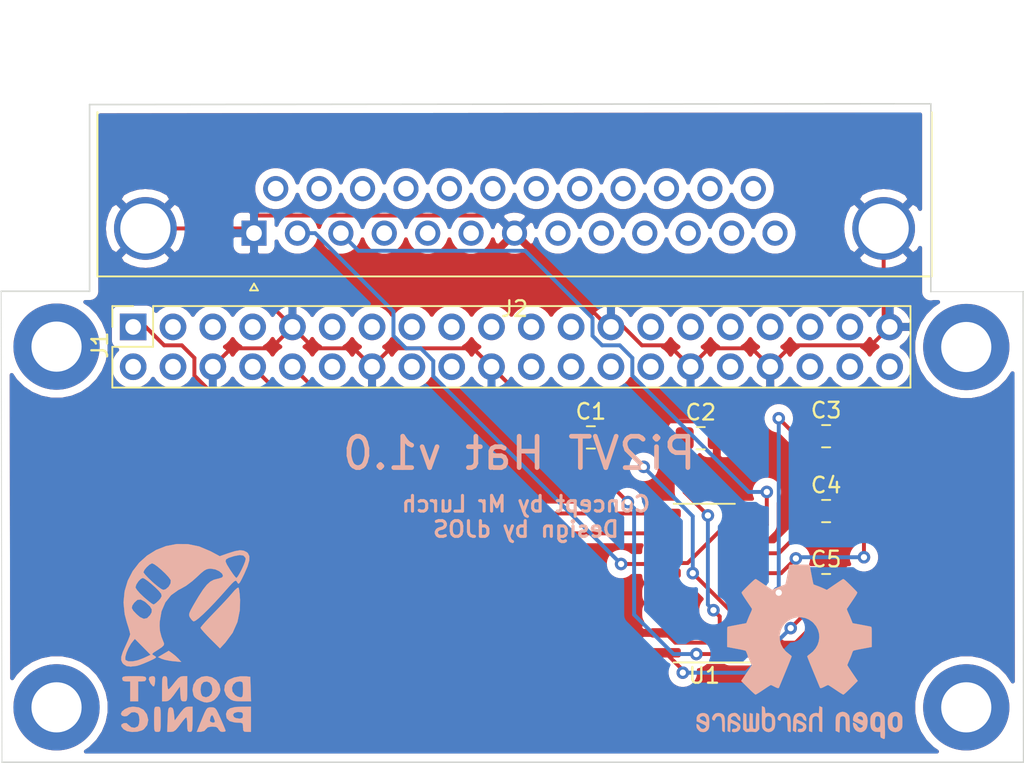
<source format=kicad_pcb>
(kicad_pcb (version 20171130) (host pcbnew "(5.1.5-0-10_14)")
  (layers (0 F.Cu signal) (31 B.Cu signal) (34 B.Paste user) (35 F.Paste user) (36 B.SilkS user) (37 F.SilkS user) (38 B.Mask user) (39 F.Mask user) (44 Edge.Cuts user))
  (net 0 "")
  (net 1 "Net-(C1-Pad1)")
  (net 2 "Net-(C1-Pad2)")
  (net 3 "Net-(C2-Pad1)")
  (net 4 /GND)
  (net 5 "Net-(C3-Pad2)")
  (net 6 "Net-(C3-Pad1)")
  (net 7 "Net-(C4-Pad1)")
  (net 8 /3.3V)
  (net 9 /TXD_1)
  (net 10 /RXD_1)
  (net 11 /RXD_2)
  (net 12 /TXD_2)
  (module MountingHole:MountingHole_3.2mm_M3_ISO14580_Pad (layer F.Cu) (at 88.138 94.4372)
    (fp_text reference REF** hide)
    (fp_text value MountingHole_3.2mm_M3_ISO14580_Pad hide)
    (pad 1 thru_hole circle (at 0 0) (size 5.5 5.5) (drill 3.2) (layers *.Cu *.Mask))
  )
  (module MountingHole:MountingHole_3.2mm_M3_ISO14580_Pad (layer F.Cu) (at 30.099 94.4372)
    (fp_text reference REF** hide)
    (fp_text value MountingHole_3.2mm_M3_ISO14580_Pad hide)
    (pad 1 thru_hole circle (at 0 0) (size 5.5 5.5) (drill 3.2) (layers *.Cu *.Mask))
  )
  (module MountingHole:MountingHole_3.2mm_M3_ISO14580_Pad (layer F.Cu) (at 30.099 71.4248)
    (fp_text reference REF** hide)
    (fp_text value MountingHole_3.2mm_M3_ISO14580_Pad hide)
    (pad 1 thru_hole circle (at 0 0) (size 5.5 5.5) (drill 3.2) (layers *.Cu *.Mask))
  )
  (module MountingHole:MountingHole_3.2mm_M3_ISO14580_Pad (layer F.Cu) (at 88.138 71.4502)
    (fp_text reference REF** hide)
    (fp_text value MountingHole_3.2mm_M3_ISO14580_Pad hide)
    (pad 1 thru_hole circle (at 0 0) (size 5.5 5.5) (drill 3.2) (layers *.Cu *.Mask))
  )
  (module Symbol:OSHW-Logo2_14.6x12mm_SilkScreen (layer B.Cu) (at 77.4954 90.8812 180)
    (fp_text reference REF** hide)
    (fp_text value OSHW-Logo2_14.6x12mm_SilkScreen hide)
  )
  (module Symbol:HHGTTG_Logo (layer B.Cu) (at 38.354 89.9922 180)
    (fp_text reference G*** hide)
    (fp_text value LOGO hide)
  )
  (module Capacitor_SMD:C_0805_2012Metric_Pad1.15x1.40mm_HandSolder (layer F.Cu) (at 64.1858 77.216)
    (fp_text reference C1 (at 0 -1.65) (layer F.SilkS))
    (fp_text value 100nF)
    (pad 1 smd roundrect (at -1.025 0) (size 1.15 1.4) (layers F.Cu F.Paste F.Mask) (roundrect_rratio 0.217391) (net 1 "Net-(C1-Pad1)"))
    (pad 2 smd roundrect (at 1.025 0) (size 1.15 1.4) (layers F.Cu F.Paste F.Mask) (roundrect_rratio 0.217391) (net 2 "Net-(C1-Pad2)"))
  )
  (module Capacitor_SMD:C_0805_2012Metric_Pad1.15x1.40mm_HandSolder (layer F.Cu) (at 71.1962 77.2668)
    (fp_text reference C2 (at 0 -1.65) (layer F.SilkS))
    (fp_text value 100nF)
    (pad 1 smd roundrect (at -1.025 0) (size 1.15 1.4) (layers F.Cu F.Paste F.Mask) (roundrect_rratio 0.217391) (net 3 "Net-(C2-Pad1)"))
    (pad 2 smd roundrect (at 1.025 0) (size 1.15 1.4) (layers F.Cu F.Paste F.Mask) (roundrect_rratio 0.217391) (net 4 /GND))
  )
  (module Capacitor_SMD:C_0805_2012Metric_Pad1.15x1.40mm_HandSolder (layer F.Cu) (at 79.1972 77.1398)
    (fp_text reference C3 (at 0 -1.65) (layer F.SilkS))
    (fp_text value 100nF)
    (pad 2 smd roundrect (at 1.025 0) (size 1.15 1.4) (layers F.Cu F.Paste F.Mask) (roundrect_rratio 0.217391) (net 5 "Net-(C3-Pad2)"))
    (pad 1 smd roundrect (at -1.025 0) (size 1.15 1.4) (layers F.Cu F.Paste F.Mask) (roundrect_rratio 0.217391) (net 6 "Net-(C3-Pad1)"))
  )
  (module Capacitor_SMD:C_0805_2012Metric_Pad1.15x1.40mm_HandSolder (layer F.Cu) (at 79.1972 81.915)
    (fp_text reference C4 (at 0 -1.65) (layer F.SilkS))
    (fp_text value 100nF)
    (pad 2 smd roundrect (at 1.025 0) (size 1.15 1.4) (layers F.Cu F.Paste F.Mask) (roundrect_rratio 0.217391) (net 4 /GND))
    (pad 1 smd roundrect (at -1.025 0) (size 1.15 1.4) (layers F.Cu F.Paste F.Mask) (roundrect_rratio 0.217391) (net 7 "Net-(C4-Pad1)"))
  )
  (module Capacitor_SMD:C_0805_2012Metric_Pad1.15x1.40mm_HandSolder (layer F.Cu) (at 79.1972 86.6394)
    (fp_text reference C5 (at 0 -1.65) (layer F.SilkS))
    (fp_text value 100nF)
    (pad 1 smd roundrect (at -1.025 0) (size 1.15 1.4) (layers F.Cu F.Paste F.Mask) (roundrect_rratio 0.217391) (net 8 /3.3V))
    (pad 2 smd roundrect (at 1.025 0) (size 1.15 1.4) (layers F.Cu F.Paste F.Mask) (roundrect_rratio 0.217391) (net 4 /GND))
  )
  (module Connector_PinSocket_2.54mm:PinSocket_2x20_P2.54mm_Vertical (layer F.Cu) (at 34.9885 70.1675 90)
    (fp_text reference J1 (at -1.1557 -2.1209 90) (layer F.SilkS))
    (fp_text value Raspberry_Pi_2_3 hide)
    (pad 1 thru_hole rect (at 0 0 90) (size 1.7 1.7) (drill 1) (layers *.Cu *.Mask) (net 8 /3.3V))
    (pad 2 thru_hole oval (at -2.54 0 90) (size 1.7 1.7) (drill 1) (layers *.Cu *.Mask))
    (pad 3 thru_hole oval (at 0 2.54 90) (size 1.7 1.7) (drill 1) (layers *.Cu *.Mask))
    (pad 4 thru_hole oval (at -2.54 2.54 90) (size 1.7 1.7) (drill 1) (layers *.Cu *.Mask))
    (pad 5 thru_hole oval (at 0 5.08 90) (size 1.7 1.7) (drill 1) (layers *.Cu *.Mask))
    (pad 6 thru_hole oval (at -2.54 5.08 90) (size 1.7 1.7) (drill 1) (layers *.Cu *.Mask) (net 4 /GND))
    (pad 7 thru_hole oval (at 0 7.62 90) (size 1.7 1.7) (drill 1) (layers *.Cu *.Mask))
    (pad 8 thru_hole oval (at -2.54 7.62 90) (size 1.7 1.7) (drill 1) (layers *.Cu *.Mask) (net 9 /TXD_1))
    (pad 9 thru_hole oval (at 0 10.16 90) (size 1.7 1.7) (drill 1) (layers *.Cu *.Mask) (net 4 /GND))
    (pad 10 thru_hole oval (at -2.54 10.16 90) (size 1.7 1.7) (drill 1) (layers *.Cu *.Mask) (net 10 /RXD_1))
    (pad 11 thru_hole oval (at 0 12.7 90) (size 1.7 1.7) (drill 1) (layers *.Cu *.Mask))
    (pad 12 thru_hole oval (at -2.54 12.7 90) (size 1.7 1.7) (drill 1) (layers *.Cu *.Mask))
    (pad 13 thru_hole oval (at 0 15.24 90) (size 1.7 1.7) (drill 1) (layers *.Cu *.Mask))
    (pad 14 thru_hole oval (at -2.54 15.24 90) (size 1.7 1.7) (drill 1) (layers *.Cu *.Mask) (net 4 /GND))
    (pad 15 thru_hole oval (at 0 17.78 90) (size 1.7 1.7) (drill 1) (layers *.Cu *.Mask))
    (pad 16 thru_hole oval (at -2.54 17.78 90) (size 1.7 1.7) (drill 1) (layers *.Cu *.Mask))
    (pad 17 thru_hole oval (at 0 20.32 90) (size 1.7 1.7) (drill 1) (layers *.Cu *.Mask))
    (pad 18 thru_hole oval (at -2.54 20.32 90) (size 1.7 1.7) (drill 1) (layers *.Cu *.Mask))
    (pad 19 thru_hole oval (at 0 22.86 90) (size 1.7 1.7) (drill 1) (layers *.Cu *.Mask))
    (pad 20 thru_hole oval (at -2.54 22.86 90) (size 1.7 1.7) (drill 1) (layers *.Cu *.Mask) (net 4 /GND))
    (pad 21 thru_hole oval (at 0 25.4 90) (size 1.7 1.7) (drill 1) (layers *.Cu *.Mask))
    (pad 22 thru_hole oval (at -2.54 25.4 90) (size 1.7 1.7) (drill 1) (layers *.Cu *.Mask))
    (pad 23 thru_hole oval (at 0 27.94 90) (size 1.7 1.7) (drill 1) (layers *.Cu *.Mask))
    (pad 24 thru_hole oval (at -2.54 27.94 90) (size 1.7 1.7) (drill 1) (layers *.Cu *.Mask))
    (pad 25 thru_hole oval (at 0 30.48 90) (size 1.7 1.7) (drill 1) (layers *.Cu *.Mask) (net 4 /GND))
    (pad 26 thru_hole oval (at -2.54 30.48 90) (size 1.7 1.7) (drill 1) (layers *.Cu *.Mask))
    (pad 27 thru_hole oval (at 0 33.02 90) (size 1.7 1.7) (drill 1) (layers *.Cu *.Mask))
    (pad 28 thru_hole oval (at -2.54 33.02 90) (size 1.7 1.7) (drill 1) (layers *.Cu *.Mask))
    (pad 29 thru_hole oval (at 0 35.56 90) (size 1.7 1.7) (drill 1) (layers *.Cu *.Mask))
    (pad 30 thru_hole oval (at -2.54 35.56 90) (size 1.7 1.7) (drill 1) (layers *.Cu *.Mask) (net 4 /GND))
    (pad 31 thru_hole oval (at 0 38.1 90) (size 1.7 1.7) (drill 1) (layers *.Cu *.Mask))
    (pad 32 thru_hole oval (at -2.54 38.1 90) (size 1.7 1.7) (drill 1) (layers *.Cu *.Mask))
    (pad 33 thru_hole oval (at 0 40.64 90) (size 1.7 1.7) (drill 1) (layers *.Cu *.Mask))
    (pad 34 thru_hole oval (at -2.54 40.64 90) (size 1.7 1.7) (drill 1) (layers *.Cu *.Mask) (net 4 /GND))
    (pad 35 thru_hole oval (at 0 43.18 90) (size 1.7 1.7) (drill 1) (layers *.Cu *.Mask))
    (pad 36 thru_hole oval (at -2.54 43.18 90) (size 1.7 1.7) (drill 1) (layers *.Cu *.Mask))
    (pad 37 thru_hole oval (at 0 45.72 90) (size 1.7 1.7) (drill 1) (layers *.Cu *.Mask))
    (pad 38 thru_hole oval (at -2.54 45.72 90) (size 1.7 1.7) (drill 1) (layers *.Cu *.Mask))
    (pad 39 thru_hole oval (at 0 48.26 90) (size 1.7 1.7) (drill 1) (layers *.Cu *.Mask) (net 4 /GND))
    (pad 40 thru_hole oval (at -2.54 48.26 90) (size 1.7 1.7) (drill 1) (layers *.Cu *.Mask))
  )
  (module Connector_Dsub:DSUB-25_Female_Horizontal_P2.77x2.84mm_EdgePinOffset4.94mm_Housed_MountingHolesOffset7.48mm (layer F.Cu) (at 42.6974 64.1858 180)
    (fp_text reference J2 (at -16.62 -4.826) (layer F.SilkS))
    (fp_text value DB25_Female_MountingHoles hide)
    (pad 1 thru_hole rect (at 0 0 180) (size 1.6 1.6) (drill 1) (layers *.Cu *.Mask) (net 4 /GND))
    (pad 2 thru_hole circle (at -2.77 0 180) (size 1.6 1.6) (drill 1) (layers *.Cu *.Mask) (net 11 /RXD_2))
    (pad 3 thru_hole circle (at -5.54 0 180) (size 1.6 1.6) (drill 1) (layers *.Cu *.Mask) (net 12 /TXD_2))
    (pad 4 thru_hole circle (at -8.31 0 180) (size 1.6 1.6) (drill 1) (layers *.Cu *.Mask))
    (pad 5 thru_hole circle (at -11.08 0 180) (size 1.6 1.6) (drill 1) (layers *.Cu *.Mask))
    (pad 6 thru_hole circle (at -13.85 0 180) (size 1.6 1.6) (drill 1) (layers *.Cu *.Mask))
    (pad 7 thru_hole circle (at -16.62 0 180) (size 1.6 1.6) (drill 1) (layers *.Cu *.Mask) (net 4 /GND))
    (pad 8 thru_hole circle (at -19.39 0 180) (size 1.6 1.6) (drill 1) (layers *.Cu *.Mask))
    (pad 9 thru_hole circle (at -22.16 0 180) (size 1.6 1.6) (drill 1) (layers *.Cu *.Mask))
    (pad 10 thru_hole circle (at -24.93 0 180) (size 1.6 1.6) (drill 1) (layers *.Cu *.Mask))
    (pad 11 thru_hole circle (at -27.7 0 180) (size 1.6 1.6) (drill 1) (layers *.Cu *.Mask))
    (pad 12 thru_hole circle (at -30.47 0 180) (size 1.6 1.6) (drill 1) (layers *.Cu *.Mask))
    (pad 13 thru_hole circle (at -33.24 0 180) (size 1.6 1.6) (drill 1) (layers *.Cu *.Mask))
    (pad 14 thru_hole circle (at -1.385 2.84 180) (size 1.6 1.6) (drill 1) (layers *.Cu *.Mask))
    (pad 15 thru_hole circle (at -4.155 2.84 180) (size 1.6 1.6) (drill 1) (layers *.Cu *.Mask))
    (pad 16 thru_hole circle (at -6.925 2.84 180) (size 1.6 1.6) (drill 1) (layers *.Cu *.Mask))
    (pad 17 thru_hole circle (at -9.695 2.84 180) (size 1.6 1.6) (drill 1) (layers *.Cu *.Mask))
    (pad 18 thru_hole circle (at -12.465 2.84 180) (size 1.6 1.6) (drill 1) (layers *.Cu *.Mask))
    (pad 19 thru_hole circle (at -15.235 2.84 180) (size 1.6 1.6) (drill 1) (layers *.Cu *.Mask))
    (pad 20 thru_hole circle (at -18.005 2.84 180) (size 1.6 1.6) (drill 1) (layers *.Cu *.Mask))
    (pad 21 thru_hole circle (at -20.775 2.84 180) (size 1.6 1.6) (drill 1) (layers *.Cu *.Mask))
    (pad 22 thru_hole circle (at -23.545 2.84 180) (size 1.6 1.6) (drill 1) (layers *.Cu *.Mask))
    (pad 23 thru_hole circle (at -26.315 2.84 180) (size 1.6 1.6) (drill 1) (layers *.Cu *.Mask))
    (pad 24 thru_hole circle (at -29.085 2.84 180) (size 1.6 1.6) (drill 1) (layers *.Cu *.Mask))
    (pad 25 thru_hole circle (at -31.855 2.84 180) (size 1.6 1.6) (drill 1) (layers *.Cu *.Mask))
    (pad 0 thru_hole circle (at -40.17 0.3 180) (size 4 4) (drill 3.2) (layers *.Cu *.Mask) (net 4 /GND))
    (pad 0 thru_hole circle (at 6.93 0.3 180) (size 4 4) (drill 3.2) (layers *.Cu *.Mask) (net 4 /GND))
  )
  (module Package_SO:SOIC-16_3.9x9.9mm_P1.27mm (layer F.Cu) (at 71.4248 86.5124 180)
    (fp_text reference U1 (at 0 -5.9) (layer F.SilkS))
    (fp_text value MAX3232)
    (pad 1 smd roundrect (at -2.475 -4.445 180) (size 1.95 0.6) (layers F.Cu F.Paste F.Mask) (net 1 "Net-(C1-Pad1)"))
    (pad 2 smd roundrect (at -2.475 -3.175 180) (size 1.95 0.6) (layers F.Cu F.Paste F.Mask) (net 3 "Net-(C2-Pad1)"))
    (pad 3 smd roundrect (at -2.475 -1.905 180) (size 1.95 0.6) (layers F.Cu F.Paste F.Mask) (net 2 "Net-(C1-Pad2)"))
    (pad 4 smd roundrect (at -2.475 -0.635 180) (size 1.95 0.6) (layers F.Cu F.Paste F.Mask) (net 6 "Net-(C3-Pad1)"))
    (pad 5 smd roundrect (at -2.475 0.635 180) (size 1.95 0.6) (layers F.Cu F.Paste F.Mask) (net 5 "Net-(C3-Pad2)"))
    (pad 6 smd roundrect (at -2.475 1.905 180) (size 1.95 0.6) (layers F.Cu F.Paste F.Mask) (net 7 "Net-(C4-Pad1)"))
    (pad 7 smd roundrect (at -2.475 3.175 180) (size 1.95 0.6) (layers F.Cu F.Paste F.Mask) (net 12 /TXD_2))
    (pad 8 smd roundrect (at -2.475 4.445 180) (size 1.95 0.6) (layers F.Cu F.Paste F.Mask) (net 11 /RXD_2))
    (pad 9 smd roundrect (at 2.475 4.445 180) (size 1.95 0.6) (layers F.Cu F.Paste F.Mask) (net 10 /RXD_1))
    (pad 10 smd roundrect (at 2.475 3.175 180) (size 1.95 0.6) (layers F.Cu F.Paste F.Mask) (net 9 /TXD_1))
    (pad 11 smd roundrect (at 2.475 1.905 180) (size 1.95 0.6) (layers F.Cu F.Paste F.Mask))
    (pad 12 smd roundrect (at 2.475 0.635 180) (size 1.95 0.6) (layers F.Cu F.Paste F.Mask))
    (pad 13 smd roundrect (at 2.475 -0.635 180) (size 1.95 0.6) (layers F.Cu F.Paste F.Mask))
    (pad 14 smd roundrect (at 2.475 -1.905 180) (size 1.95 0.6) (layers F.Cu F.Paste F.Mask))
    (pad 15 smd roundrect (at 2.475 -3.175 180) (size 1.95 0.6) (layers F.Cu F.Paste F.Mask) (net 4 /GND))
    (pad 16 smd roundrect (at 2.475 -4.445 180) (size 1.95 0.6) (layers F.Cu F.Paste F.Mask) (net 8 /3.3V))
  )
  (gr_line (start 91.7702 67.9196) (end 85.8774 67.9196) (layer Edge.Cuts) (width 0.05))
  (gr_text "Concept by Mr Lurch\nDesign by dJOS" (at 60.0456 82.2706) (layer B.SilkS) (effects (font (size 1 1) (thickness 0.2)) (justify mirror)))
  (gr_text "Pi2VT Hat v1.0" (at 59.6138 78.232) (layer B.SilkS) (effects (font (size 2 2) (thickness 0.3)) (justify mirror)))
  (gr_line (start 26.5684 67.8942) (end 26.6192 97.9424) (layer Edge.Cuts) (width 0.05))
  (gr_line (start 91.7702 67.9196) (end 91.7956 97.9424) (layer Edge.Cuts) (width 0.1))
  (gr_line (start 85.8774 55.9308) (end 85.8774 67.9196) (layer Edge.Cuts) (width 0.1))
  (gr_line (start 91.7956 97.9424) (end 26.6192 97.9424) (layer Edge.Cuts) (width 0.1))
  (gr_line (start 26.5684 67.8942) (end 32.2072 67.8942) (layer Edge.Cuts) (width 0.1))
  (gr_line (start 32.2072 67.8942) (end 32.2072 55.9816) (layer Edge.Cuts) (width 0.1))
  (gr_line (start 32.2072 55.9816) (end 85.8774 55.9308) (layer Edge.Cuts) (width 0.1))
  (via (at 66.548 81.3424) (size 0.8) (drill 0.4) (layers F.Cu B.Cu) (net 1))
  (segment (start 63.1608 77.9552) (end 66.548 81.3424) (width 0.25) (layer F.Cu) (net 1))
  (segment (start 63.1608 77.216) (end 63.1608 77.9552) (width 0.25) (layer F.Cu) (net 1))
  (segment (start 66.947999 81.742399) (end 66.947999 88.525401) (width 0.25) (layer B.Cu) (net 1))
  (segment (start 66.548 81.3424) (end 66.947999 81.742399) (width 0.25) (layer B.Cu) (net 1))
  (via (at 70.9168 91.03741) (size 0.8) (drill 0.4) (layers F.Cu B.Cu) (net 1))
  (segment (start 69.460008 91.03741) (end 70.9168 91.03741) (width 0.25) (layer B.Cu) (net 1))
  (segment (start 66.947999 88.525401) (end 69.460008 91.03741) (width 0.25) (layer B.Cu) (net 1))
  (segment (start 73.81979 91.03741) (end 73.8998 90.9574) (width 0.25) (layer F.Cu) (net 1))
  (segment (start 70.9168 91.03741) (end 73.81979 91.03741) (width 0.25) (layer F.Cu) (net 1))
  (via (at 70.688387 85.877766) (size 0.8) (drill 0.4) (layers F.Cu B.Cu) (net 2))
  (segment (start 73.5998 88.7174) (end 73.528021 88.7174) (width 0.25) (layer F.Cu) (net 2))
  (segment (start 73.528021 88.7174) (end 70.688387 85.877766) (width 0.25) (layer F.Cu) (net 2))
  (segment (start 73.8998 88.4174) (end 73.5998 88.7174) (width 0.25) (layer F.Cu) (net 2))
  (segment (start 70.688387 85.877766) (end 70.688387 82.245387) (width 0.25) (layer B.Cu) (net 2))
  (via (at 67.564 79.0956) (size 0.8) (drill 0.4) (layers F.Cu B.Cu) (net 2))
  (segment (start 67.564 79.121) (end 67.564 79.0956) (width 0.25) (layer B.Cu) (net 2))
  (segment (start 70.688387 82.245387) (end 67.564 79.121) (width 0.25) (layer B.Cu) (net 2))
  (segment (start 65.6844 77.216) (end 65.2108 77.216) (width 0.25) (layer F.Cu) (net 2))
  (segment (start 67.564 79.0956) (end 65.6844 77.216) (width 0.25) (layer F.Cu) (net 2))
  (via (at 71.6534 82.1944) (size 0.8) (drill 0.4) (layers F.Cu B.Cu) (net 3))
  (segment (start 70.1712 80.7122) (end 71.6534 82.1944) (width 0.25) (layer F.Cu) (net 3))
  (segment (start 70.1712 77.2668) (end 70.1712 80.7122) (width 0.25) (layer F.Cu) (net 3))
  (via (at 72.009 88.2396) (size 0.8) (drill 0.4) (layers F.Cu B.Cu) (net 3))
  (segment (start 71.6534 87.884) (end 72.009 88.2396) (width 0.25) (layer B.Cu) (net 3))
  (segment (start 71.6534 82.1944) (end 71.6534 87.884) (width 0.25) (layer B.Cu) (net 3))
  (segment (start 72.408999 89.171599) (end 72.9248 89.6874) (width 0.25) (layer F.Cu) (net 3))
  (segment (start 72.408999 88.639599) (end 72.408999 89.171599) (width 0.25) (layer F.Cu) (net 3))
  (segment (start 72.9248 89.6874) (end 73.8998 89.6874) (width 0.25) (layer F.Cu) (net 3))
  (segment (start 72.009 88.2396) (end 72.408999 88.639599) (width 0.25) (layer F.Cu) (net 3))
  (segment (start 58.517401 63.385801) (end 59.3174 64.1858) (width 0.25) (layer F.Cu) (net 4))
  (segment (start 42.772401 63.060799) (end 58.192399 63.060799) (width 0.25) (layer F.Cu) (net 4))
  (segment (start 42.6974 63.1358) (end 42.772401 63.060799) (width 0.25) (layer F.Cu) (net 4))
  (segment (start 58.192399 63.060799) (end 58.517401 63.385801) (width 0.25) (layer F.Cu) (net 4))
  (segment (start 42.6974 64.1858) (end 42.6974 63.1358) (width 0.25) (layer F.Cu) (net 4))
  (segment (start 65.2991 70.1675) (end 65.4685 70.1675) (width 0.25) (layer F.Cu) (net 4))
  (segment (start 59.3174 64.1858) (end 65.2991 70.1675) (width 0.25) (layer F.Cu) (net 4))
  (segment (start 69.698501 71.857501) (end 70.5485 72.7075) (width 0.25) (layer F.Cu) (net 4))
  (segment (start 67.444499 71.342501) (end 69.183501 71.342501) (width 0.25) (layer F.Cu) (net 4))
  (segment (start 66.269498 70.1675) (end 67.444499 71.342501) (width 0.25) (layer F.Cu) (net 4))
  (segment (start 69.183501 71.342501) (end 69.698501 71.857501) (width 0.25) (layer F.Cu) (net 4))
  (segment (start 65.4685 70.1675) (end 66.269498 70.1675) (width 0.25) (layer F.Cu) (net 4))
  (segment (start 74.778501 71.857501) (end 75.6285 72.7075) (width 0.25) (layer F.Cu) (net 4))
  (segment (start 74.453499 71.532499) (end 74.778501 71.857501) (width 0.25) (layer F.Cu) (net 4))
  (segment (start 71.723501 71.532499) (end 74.453499 71.532499) (width 0.25) (layer F.Cu) (net 4))
  (segment (start 70.5485 72.7075) (end 71.723501 71.532499) (width 0.25) (layer F.Cu) (net 4))
  (segment (start 76.993499 71.342501) (end 82.073499 71.342501) (width 0.25) (layer F.Cu) (net 4))
  (segment (start 82.398501 71.017499) (end 83.2485 70.1675) (width 0.25) (layer F.Cu) (net 4))
  (segment (start 82.073499 71.342501) (end 82.398501 71.017499) (width 0.25) (layer F.Cu) (net 4))
  (segment (start 75.6285 72.7075) (end 76.993499 71.342501) (width 0.25) (layer F.Cu) (net 4))
  (segment (start 42.6974 67.7164) (end 45.1485 70.1675) (width 0.25) (layer F.Cu) (net 4))
  (segment (start 42.6974 64.1858) (end 42.6974 67.7164) (width 0.25) (layer F.Cu) (net 4))
  (segment (start 41.243501 71.532499) (end 40.918499 71.857501) (width 0.25) (layer F.Cu) (net 4))
  (segment (start 40.918499 71.857501) (end 40.0685 72.7075) (width 0.25) (layer F.Cu) (net 4))
  (segment (start 43.783501 71.532499) (end 41.243501 71.532499) (width 0.25) (layer F.Cu) (net 4))
  (segment (start 45.1485 70.1675) (end 43.783501 71.532499) (width 0.25) (layer F.Cu) (net 4))
  (segment (start 49.053499 71.532499) (end 49.378501 71.857501) (width 0.25) (layer F.Cu) (net 4))
  (segment (start 46.513499 71.532499) (end 49.053499 71.532499) (width 0.25) (layer F.Cu) (net 4))
  (segment (start 49.378501 71.857501) (end 50.2285 72.7075) (width 0.25) (layer F.Cu) (net 4))
  (segment (start 45.1485 70.1675) (end 46.513499 71.532499) (width 0.25) (layer F.Cu) (net 4))
  (segment (start 56.998501 71.857501) (end 57.8485 72.7075) (width 0.25) (layer F.Cu) (net 4))
  (segment (start 56.673499 71.532499) (end 56.998501 71.857501) (width 0.25) (layer F.Cu) (net 4))
  (segment (start 51.403501 71.532499) (end 56.673499 71.532499) (width 0.25) (layer F.Cu) (net 4))
  (segment (start 50.2285 72.7075) (end 51.403501 71.532499) (width 0.25) (layer F.Cu) (net 4))
  (segment (start 71.84539 76.19099) (end 72.2212 76.5668) (width 0.25) (layer F.Cu) (net 4))
  (segment (start 61.33199 76.19099) (end 71.84539 76.19099) (width 0.25) (layer F.Cu) (net 4))
  (segment (start 72.2212 76.5668) (end 72.2212 77.2668) (width 0.25) (layer F.Cu) (net 4))
  (segment (start 57.8485 72.7075) (end 61.33199 76.19099) (width 0.25) (layer F.Cu) (net 4))
  (segment (start 80.2222 81.215) (end 80.2222 81.915) (width 0.25) (layer F.Cu) (net 4))
  (segment (start 76.274 77.2668) (end 80.2222 81.215) (width 0.25) (layer F.Cu) (net 4))
  (segment (start 72.2212 77.2668) (end 76.274 77.2668) (width 0.25) (layer F.Cu) (net 4))
  (segment (start 80.2222 82.615) (end 80.2222 86.6394) (width 0.25) (layer F.Cu) (net 4))
  (segment (start 80.2222 81.915) (end 80.2222 82.615) (width 0.25) (layer F.Cu) (net 4))
  (segment (start 69.2498 89.9874) (end 68.9498 89.6874) (width 0.25) (layer F.Cu) (net 4))
  (segment (start 69.57481 90.31241) (end 69.2498 89.9874) (width 0.25) (layer F.Cu) (net 4))
  (segment (start 80.2222 87.3394) (end 77.24919 90.31241) (width 0.25) (layer F.Cu) (net 4))
  (segment (start 77.24919 90.31241) (end 69.57481 90.31241) (width 0.25) (layer F.Cu) (net 4))
  (segment (start 80.2222 86.6394) (end 80.2222 87.3394) (width 0.25) (layer F.Cu) (net 4))
  (segment (start 42.3974 63.8858) (end 42.6974 64.1858) (width 0.25) (layer F.Cu) (net 4))
  (segment (start 35.7674 63.8858) (end 42.3974 63.8858) (width 0.25) (layer F.Cu) (net 4))
  (segment (start 82.8674 69.7864) (end 83.2485 70.1675) (width 0.25) (layer F.Cu) (net 4))
  (segment (start 82.8674 63.8858) (end 82.8674 69.7864) (width 0.25) (layer F.Cu) (net 4))
  (segment (start 81.6102 77.9528) (end 81.6102 84.8614) (width 0.25) (layer F.Cu) (net 5))
  (via (at 81.6102 84.8614) (size 0.8) (drill 0.4) (layers F.Cu B.Cu) (net 5))
  (segment (start 80.7972 77.1398) (end 81.6102 77.9528) (width 0.25) (layer F.Cu) (net 5))
  (segment (start 80.2222 77.1398) (end 80.7972 77.1398) (width 0.25) (layer F.Cu) (net 5))
  (segment (start 77.343 84.8614) (end 77.2668 84.9376) (width 0.25) (layer B.Cu) (net 5))
  (via (at 77.2668 84.9376) (size 0.8) (drill 0.4) (layers F.Cu B.Cu) (net 5))
  (segment (start 81.6102 84.8614) (end 77.343 84.8614) (width 0.25) (layer B.Cu) (net 5))
  (segment (start 76.327 85.8774) (end 73.8998 85.8774) (width 0.25) (layer F.Cu) (net 5))
  (segment (start 77.2668 84.9376) (end 76.327 85.8774) (width 0.25) (layer F.Cu) (net 5))
  (via (at 76.1746 75.9968) (size 0.8) (drill 0.4) (layers F.Cu B.Cu) (net 6))
  (segment (start 77.3176 77.1398) (end 76.1746 75.9968) (width 0.25) (layer F.Cu) (net 6))
  (segment (start 78.1722 77.1398) (end 77.3176 77.1398) (width 0.25) (layer F.Cu) (net 6))
  (via (at 76.1746 87.122) (size 0.8) (drill 0.4) (layers F.Cu B.Cu) (net 6))
  (segment (start 76.1746 75.9968) (end 76.1746 87.122) (width 0.25) (layer B.Cu) (net 6))
  (segment (start 73.9252 87.122) (end 73.8998 87.1474) (width 0.25) (layer F.Cu) (net 6))
  (segment (start 76.1746 87.122) (end 73.9252 87.122) (width 0.25) (layer F.Cu) (net 6))
  (segment (start 74.8748 84.6074) (end 73.8998 84.6074) (width 0.25) (layer F.Cu) (net 7))
  (segment (start 76.1798 84.6074) (end 74.8748 84.6074) (width 0.25) (layer F.Cu) (net 7))
  (segment (start 78.1722 82.615) (end 76.1798 84.6074) (width 0.25) (layer F.Cu) (net 7))
  (segment (start 78.1722 81.915) (end 78.1722 82.615) (width 0.25) (layer F.Cu) (net 7))
  (segment (start 56.579398 90.9574) (end 67.9748 90.9574) (width 0.25) (layer F.Cu) (net 8))
  (segment (start 38.893499 73.271501) (end 56.579398 90.9574) (width 0.25) (layer F.Cu) (net 8))
  (segment (start 38.893499 72.143499) (end 38.893499 73.271501) (width 0.25) (layer F.Cu) (net 8))
  (segment (start 38.092501 71.342501) (end 38.893499 72.143499) (width 0.25) (layer F.Cu) (net 8))
  (segment (start 36.964499 71.342501) (end 38.092501 71.342501) (width 0.25) (layer F.Cu) (net 8))
  (segment (start 35.789498 70.1675) (end 36.964499 71.342501) (width 0.25) (layer F.Cu) (net 8))
  (segment (start 34.9885 70.1675) (end 35.789498 70.1675) (width 0.25) (layer F.Cu) (net 8))
  (segment (start 67.9748 90.9574) (end 68.9498 90.9574) (width 0.25) (layer F.Cu) (net 8))
  (segment (start 78.1722 86.6394) (end 78.1722 87.3394) (width 0.25) (layer F.Cu) (net 8))
  (segment (start 78.1722 88.147) (end 76.9366 89.3826) (width 0.25) (layer F.Cu) (net 8))
  (via (at 76.9366 89.3826) (size 0.8) (drill 0.4) (layers F.Cu B.Cu) (net 8))
  (segment (start 78.1722 86.6394) (end 78.1722 88.147) (width 0.25) (layer F.Cu) (net 8))
  (via (at 70.0532 92.2274) (size 0.8) (drill 0.4) (layers F.Cu B.Cu) (net 8))
  (segment (start 74.0918 92.2274) (end 70.0532 92.2274) (width 0.25) (layer B.Cu) (net 8))
  (segment (start 76.9366 89.3826) (end 74.0918 92.2274) (width 0.25) (layer B.Cu) (net 8))
  (segment (start 70.0532 92.0608) (end 68.9498 90.9574) (width 0.25) (layer F.Cu) (net 8))
  (segment (start 70.0532 92.2274) (end 70.0532 92.0608) (width 0.25) (layer F.Cu) (net 8))
  (segment (start 53.2384 83.3374) (end 68.9498 83.3374) (width 0.25) (layer F.Cu) (net 9))
  (segment (start 42.6085 72.7075) (end 53.2384 83.3374) (width 0.25) (layer F.Cu) (net 9))
  (segment (start 54.5084 82.0674) (end 68.9498 82.0674) (width 0.25) (layer F.Cu) (net 10))
  (segment (start 45.1485 72.7075) (end 54.5084 82.0674) (width 0.25) (layer F.Cu) (net 10))
  (via (at 66.1162 85.2932) (size 0.8) (drill 0.4) (layers F.Cu B.Cu) (net 11))
  (segment (start 54.133499 73.310499) (end 66.1162 85.2932) (width 0.25) (layer B.Cu) (net 11))
  (segment (start 54.133499 72.333497) (end 54.133499 73.310499) (width 0.25) (layer B.Cu) (net 11))
  (segment (start 52.394497 71.532499) (end 53.332501 71.532499) (width 0.25) (layer B.Cu) (net 11))
  (segment (start 53.332501 71.532499) (end 54.133499 72.333497) (width 0.25) (layer B.Cu) (net 11))
  (segment (start 51.593499 70.731501) (end 52.394497 71.532499) (width 0.25) (layer B.Cu) (net 11))
  (segment (start 45.4674 64.1858) (end 46.59877 64.1858) (width 0.25) (layer B.Cu) (net 11))
  (segment (start 46.59877 64.1858) (end 51.593499 69.180529) (width 0.25) (layer B.Cu) (net 11))
  (segment (start 51.593499 69.180529) (end 51.593499 70.731501) (width 0.25) (layer B.Cu) (net 11))
  (segment (start 73.5998 82.3674) (end 73.8998 82.0674) (width 0.25) (layer F.Cu) (net 11))
  (segment (start 73.223032 82.3674) (end 73.5998 82.3674) (width 0.25) (layer F.Cu) (net 11))
  (segment (start 70.358022 85.23241) (end 73.223032 82.3674) (width 0.25) (layer F.Cu) (net 11))
  (segment (start 67.948022 85.23241) (end 70.358022 85.23241) (width 0.25) (layer F.Cu) (net 11))
  (segment (start 67.887232 85.2932) (end 67.948022 85.23241) (width 0.25) (layer F.Cu) (net 11))
  (segment (start 66.1162 85.2932) (end 67.887232 85.2932) (width 0.25) (layer F.Cu) (net 11))
  (segment (start 66.833499 73.271501) (end 74.257798 80.6958) (width 0.25) (layer B.Cu) (net 12))
  (segment (start 66.833499 72.143499) (end 66.833499 73.271501) (width 0.25) (layer B.Cu) (net 12))
  (segment (start 66.032501 71.342501) (end 66.833499 72.143499) (width 0.25) (layer B.Cu) (net 12))
  (segment (start 64.293499 70.731501) (end 64.904499 71.342501) (width 0.25) (layer B.Cu) (net 12))
  (segment (start 64.904499 71.342501) (end 66.032501 71.342501) (width 0.25) (layer B.Cu) (net 12))
  (segment (start 64.293499 69.603499) (end 64.293499 70.731501) (width 0.25) (layer B.Cu) (net 12))
  (segment (start 60.000801 65.310801) (end 64.293499 69.603499) (width 0.25) (layer B.Cu) (net 12))
  (via (at 75.4126 80.6958) (size 0.8) (drill 0.4) (layers F.Cu B.Cu) (net 12))
  (segment (start 74.257798 80.6958) (end 75.4126 80.6958) (width 0.25) (layer B.Cu) (net 12))
  (segment (start 49.362401 65.310801) (end 60.000801 65.310801) (width 0.25) (layer B.Cu) (net 12))
  (segment (start 48.2374 64.1858) (end 49.362401 65.310801) (width 0.25) (layer B.Cu) (net 12))
  (segment (start 75.4126 82.7996) (end 74.8748 83.3374) (width 0.25) (layer F.Cu) (net 12))
  (segment (start 74.8748 83.3374) (end 73.8998 83.3374) (width 0.25) (layer F.Cu) (net 12))
  (segment (start 75.4126 80.6958) (end 75.4126 82.7996) (width 0.25) (layer F.Cu) (net 12))
  (zone (net 4) (net_name /GND) (layer F.Cu) (connect_pads (clearance 0.508)) (min_thickness 0.254) (fill yes (arc_segments 32) (thermal_gap 0.508) (thermal_bridge_width 0.508))
    (polygon (pts (xy 85.8774 67.8688) (xy 91.7702 67.9196) (xy 91.7956 97.917) (xy 26.6192 97.9424) (xy 26.4922 67.8942) (xy 32.2326 67.8688) (xy 32.2834 55.9816) (xy 32.2072 55.9816) (xy 85.8774 55.9308)))
  )
  (zone (net 4) (net_name /GND) (layer B.Cu) (connect_pads (clearance 0.508)) (min_thickness 0.254) (fill yes (arc_segments 32) (thermal_gap 0.508) (thermal_bridge_width 0.508))
    (polygon (pts (xy 85.9028 67.8688) (xy 91.7702 67.9196) (xy 91.7956 97.9678) (xy 26.6446 97.917) (xy 26.5938 67.8688) (xy 32.2326 67.8688) (xy 32.2326 56.006988) (xy 85.8774 55.9816)))
    (polygon (pts (xy 32.2326 56.006988) (xy 32.2072 56.007) (xy 32.2326 55.9308)))
  )
)
</source>
